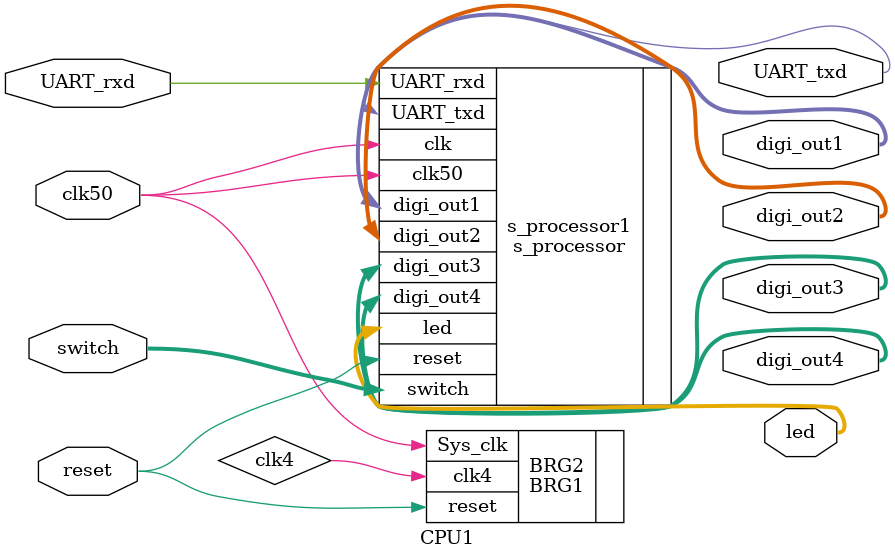
<source format=v>

module CPU1(reset,clk50,switch,UART_rxd,led,digi_out1,digi_out2,digi_out3,digi_out4,UART_txd);
	input	reset,clk50;
	input [7:0]	switch;
	input UART_rxd;
	output UART_txd;
	output [6:0] digi_out1;	//0: CG,CF,CE,CD,CC,CB,CA
	output [6:0] digi_out2;	//1: CG,CF,CE,CD,CC,CB,CA
	output [6:0] digi_out3;	//2: CG,CF,CE,CD,CC,CB,CA
	output [6:0] digi_out4;	//3: CG,CF,CE,CD,CC,CB,CA
	output	[7:0]	led;
        wire clk4;
BRG1 BRG2(.Sys_clk(clk50),.reset(reset),.clk4(clk4));
s_processor s_processor1(.clk50(clk50),.reset(reset),.clk(clk50),.switch(switch),.UART_rxd(UART_rxd),.led(led),.digi_out1(digi_out1),.digi_out2(digi_out2),.digi_out3(digi_out3),.digi_out4(digi_out4),.UART_txd(UART_txd));

endmodule
</source>
